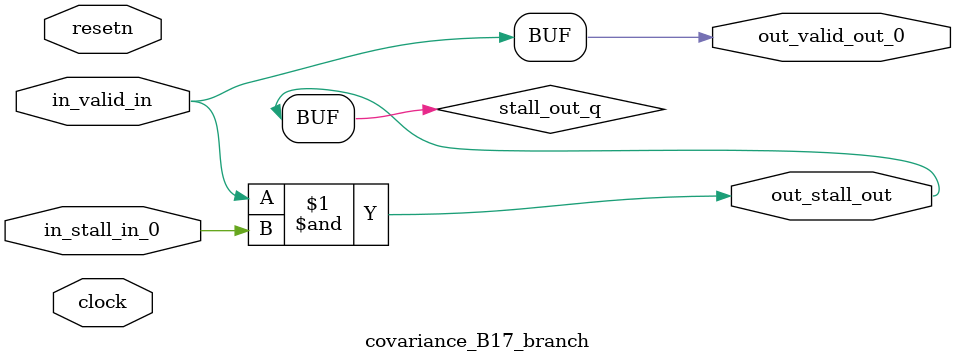
<source format=sv>



(* altera_attribute = "-name AUTO_SHIFT_REGISTER_RECOGNITION OFF; -name MESSAGE_DISABLE 10036; -name MESSAGE_DISABLE 10037; -name MESSAGE_DISABLE 14130; -name MESSAGE_DISABLE 14320; -name MESSAGE_DISABLE 15400; -name MESSAGE_DISABLE 14130; -name MESSAGE_DISABLE 10036; -name MESSAGE_DISABLE 12020; -name MESSAGE_DISABLE 12030; -name MESSAGE_DISABLE 12010; -name MESSAGE_DISABLE 12110; -name MESSAGE_DISABLE 14320; -name MESSAGE_DISABLE 13410; -name MESSAGE_DISABLE 113007; -name MESSAGE_DISABLE 10958" *)
module covariance_B17_branch (
    input wire [0:0] in_stall_in_0,
    input wire [0:0] in_valid_in,
    output wire [0:0] out_stall_out,
    output wire [0:0] out_valid_out_0,
    input wire clock,
    input wire resetn
    );

    wire [0:0] stall_out_q;


    // stall_out(LOGICAL,6)
    assign stall_out_q = in_valid_in & in_stall_in_0;

    // out_stall_out(GPOUT,4)
    assign out_stall_out = stall_out_q;

    // out_valid_out_0(GPOUT,5)
    assign out_valid_out_0 = in_valid_in;

endmodule

</source>
